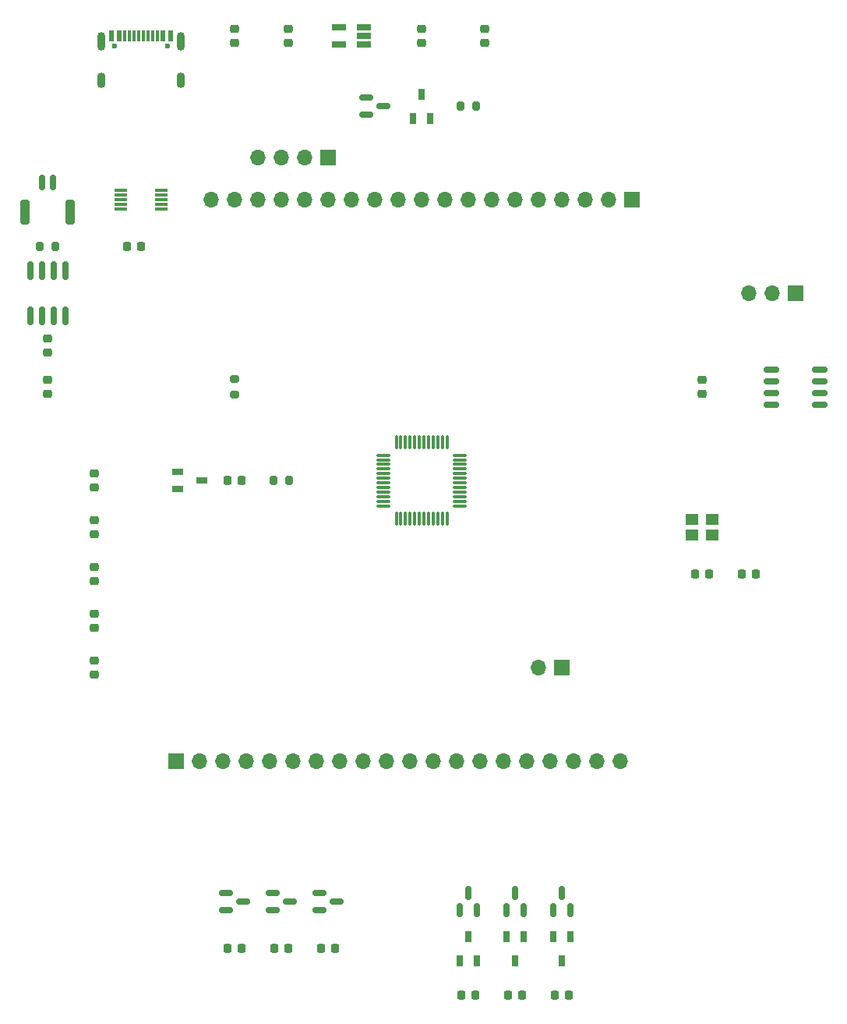
<source format=gbr>
%TF.GenerationSoftware,KiCad,Pcbnew,(6.0.7)*%
%TF.CreationDate,2022-10-07T16:54:50+08:00*%
%TF.ProjectId,__,5c1a2e6b-6963-4616-945f-706362585858,rev?*%
%TF.SameCoordinates,Original*%
%TF.FileFunction,Soldermask,Top*%
%TF.FilePolarity,Negative*%
%FSLAX46Y46*%
G04 Gerber Fmt 4.6, Leading zero omitted, Abs format (unit mm)*
G04 Created by KiCad (PCBNEW (6.0.7)) date 2022-10-07 16:54:50*
%MOMM*%
%LPD*%
G01*
G04 APERTURE LIST*
G04 Aperture macros list*
%AMRoundRect*
0 Rectangle with rounded corners*
0 $1 Rounding radius*
0 $2 $3 $4 $5 $6 $7 $8 $9 X,Y pos of 4 corners*
0 Add a 4 corners polygon primitive as box body*
4,1,4,$2,$3,$4,$5,$6,$7,$8,$9,$2,$3,0*
0 Add four circle primitives for the rounded corners*
1,1,$1+$1,$2,$3*
1,1,$1+$1,$4,$5*
1,1,$1+$1,$6,$7*
1,1,$1+$1,$8,$9*
0 Add four rect primitives between the rounded corners*
20,1,$1+$1,$2,$3,$4,$5,0*
20,1,$1+$1,$4,$5,$6,$7,0*
20,1,$1+$1,$6,$7,$8,$9,0*
20,1,$1+$1,$8,$9,$2,$3,0*%
G04 Aperture macros list end*
%ADD10RoundRect,0.150000X0.150000X-0.825000X0.150000X0.825000X-0.150000X0.825000X-0.150000X-0.825000X0*%
%ADD11RoundRect,0.225000X0.250000X-0.225000X0.250000X0.225000X-0.250000X0.225000X-0.250000X-0.225000X0*%
%ADD12RoundRect,0.200000X-0.200000X-0.275000X0.200000X-0.275000X0.200000X0.275000X-0.200000X0.275000X0*%
%ADD13R,1.560000X0.650000*%
%ADD14RoundRect,0.218750X0.218750X0.256250X-0.218750X0.256250X-0.218750X-0.256250X0.218750X-0.256250X0*%
%ADD15RoundRect,0.225000X0.225000X0.250000X-0.225000X0.250000X-0.225000X-0.250000X0.225000X-0.250000X0*%
%ADD16R,0.650000X1.220000*%
%ADD17C,0.600000*%
%ADD18R,0.600000X1.160000*%
%ADD19R,0.300000X1.160000*%
%ADD20O,0.900000X2.000000*%
%ADD21O,0.900000X1.700000*%
%ADD22RoundRect,0.200000X0.275000X-0.200000X0.275000X0.200000X-0.275000X0.200000X-0.275000X-0.200000X0*%
%ADD23RoundRect,0.150000X-0.587500X-0.150000X0.587500X-0.150000X0.587500X0.150000X-0.587500X0.150000X0*%
%ADD24R,1.700000X1.700000*%
%ADD25O,1.700000X1.700000*%
%ADD26R,1.400000X1.200000*%
%ADD27RoundRect,0.075000X0.662500X0.075000X-0.662500X0.075000X-0.662500X-0.075000X0.662500X-0.075000X0*%
%ADD28RoundRect,0.075000X0.075000X0.662500X-0.075000X0.662500X-0.075000X-0.662500X0.075000X-0.662500X0*%
%ADD29RoundRect,0.225000X-0.225000X-0.250000X0.225000X-0.250000X0.225000X0.250000X-0.225000X0.250000X0*%
%ADD30RoundRect,0.225000X-0.250000X0.225000X-0.250000X-0.225000X0.250000X-0.225000X0.250000X0.225000X0*%
%ADD31R,1.220000X0.650000*%
%ADD32R,1.400000X0.300000*%
%ADD33RoundRect,0.150000X-0.150000X-0.700000X0.150000X-0.700000X0.150000X0.700000X-0.150000X0.700000X0*%
%ADD34RoundRect,0.250000X-0.250000X-1.100000X0.250000X-1.100000X0.250000X1.100000X-0.250000X1.100000X0*%
%ADD35RoundRect,0.150000X0.150000X-0.587500X0.150000X0.587500X-0.150000X0.587500X-0.150000X-0.587500X0*%
%ADD36RoundRect,0.150000X-0.675000X-0.150000X0.675000X-0.150000X0.675000X0.150000X-0.675000X0.150000X0*%
G04 APERTURE END LIST*
D10*
%TO.C,U2*%
X104775000Y-58355000D03*
X106045000Y-58355000D03*
X107315000Y-58355000D03*
X108585000Y-58355000D03*
X108585000Y-53405000D03*
X107315000Y-53405000D03*
X106045000Y-53405000D03*
X104775000Y-53405000D03*
%TD*%
D11*
%TO.C,C9*%
X111760000Y-92215000D03*
X111760000Y-90665000D03*
%TD*%
D12*
%TO.C,R3*%
X105855000Y-50800000D03*
X107505000Y-50800000D03*
%TD*%
D13*
%TO.C,U1*%
X141050000Y-28890000D03*
X141050000Y-27940000D03*
X141050000Y-26990000D03*
X138350000Y-26990000D03*
X138350000Y-28890000D03*
%TD*%
D14*
%TO.C,D2*%
X132867500Y-127000000D03*
X131292500Y-127000000D03*
%TD*%
D15*
%TO.C,C14*%
X178575000Y-86360000D03*
X177025000Y-86360000D03*
%TD*%
D11*
%TO.C,C3*%
X147320000Y-28715000D03*
X147320000Y-27165000D03*
%TD*%
D16*
%TO.C,SW3*%
X158430000Y-125690000D03*
X156530000Y-125690000D03*
X157480000Y-128310000D03*
%TD*%
D17*
%TO.C,J1*%
X113950000Y-29030000D03*
X119730000Y-29030000D03*
D18*
X113640000Y-27970000D03*
X114440000Y-27970000D03*
D19*
X115590000Y-27970000D03*
X116590000Y-27970000D03*
X117090000Y-27970000D03*
X118090000Y-27970000D03*
D18*
X119240000Y-27970000D03*
X120040000Y-27970000D03*
X120040000Y-27970000D03*
X119240000Y-27970000D03*
D19*
X118590000Y-27970000D03*
X117590000Y-27970000D03*
X116090000Y-27970000D03*
X115090000Y-27970000D03*
D18*
X114440000Y-27970000D03*
X113640000Y-27970000D03*
D20*
X121160000Y-28550000D03*
D21*
X121160000Y-32720000D03*
D20*
X112520000Y-28550000D03*
D21*
X112520000Y-32720000D03*
%TD*%
D22*
%TO.C,R4*%
X127000000Y-66865000D03*
X127000000Y-65215000D03*
%TD*%
D23*
%TO.C,R10*%
X131142500Y-120970000D03*
X131142500Y-122870000D03*
X133017500Y-121920000D03*
%TD*%
D11*
%TO.C,C4*%
X154165000Y-28715000D03*
X154165000Y-27165000D03*
%TD*%
D23*
%TO.C,R1*%
X141302500Y-34610000D03*
X141302500Y-36510000D03*
X143177500Y-35560000D03*
%TD*%
D11*
%TO.C,C11*%
X111760000Y-82055000D03*
X111760000Y-80505000D03*
%TD*%
D24*
%TO.C,J2*%
X137160000Y-41140000D03*
D25*
X134620000Y-41140000D03*
X132080000Y-41140000D03*
X129540000Y-41140000D03*
%TD*%
D26*
%TO.C,Y1*%
X178900000Y-80430000D03*
X176700000Y-80430000D03*
X176700000Y-82130000D03*
X178900000Y-82130000D03*
%TD*%
D14*
%TO.C,D3*%
X137947500Y-127000000D03*
X136372500Y-127000000D03*
%TD*%
D15*
%TO.C,C16*%
X153175000Y-132080000D03*
X151625000Y-132080000D03*
%TD*%
D27*
%TO.C,U4*%
X151482500Y-78950000D03*
X151482500Y-78450000D03*
X151482500Y-77950000D03*
X151482500Y-77450000D03*
X151482500Y-76950000D03*
X151482500Y-76450000D03*
X151482500Y-75950000D03*
X151482500Y-75450000D03*
X151482500Y-74950000D03*
X151482500Y-74450000D03*
X151482500Y-73950000D03*
X151482500Y-73450000D03*
D28*
X150070000Y-72037500D03*
X149570000Y-72037500D03*
X149070000Y-72037500D03*
X148570000Y-72037500D03*
X148070000Y-72037500D03*
X147570000Y-72037500D03*
X147070000Y-72037500D03*
X146570000Y-72037500D03*
X146070000Y-72037500D03*
X145570000Y-72037500D03*
X145070000Y-72037500D03*
X144570000Y-72037500D03*
D27*
X143157500Y-73450000D03*
X143157500Y-73950000D03*
X143157500Y-74450000D03*
X143157500Y-74950000D03*
X143157500Y-75450000D03*
X143157500Y-75950000D03*
X143157500Y-76450000D03*
X143157500Y-76950000D03*
X143157500Y-77450000D03*
X143157500Y-77950000D03*
X143157500Y-78450000D03*
X143157500Y-78950000D03*
D28*
X144570000Y-80362500D03*
X145070000Y-80362500D03*
X145570000Y-80362500D03*
X146070000Y-80362500D03*
X146570000Y-80362500D03*
X147070000Y-80362500D03*
X147570000Y-80362500D03*
X148070000Y-80362500D03*
X148570000Y-80362500D03*
X149070000Y-80362500D03*
X149570000Y-80362500D03*
X150070000Y-80362500D03*
%TD*%
D29*
%TO.C,C17*%
X156705000Y-132080000D03*
X158255000Y-132080000D03*
%TD*%
%TO.C,C13*%
X126225000Y-76200000D03*
X127775000Y-76200000D03*
%TD*%
D30*
%TO.C,C2*%
X132855000Y-27165000D03*
X132855000Y-28715000D03*
%TD*%
D11*
%TO.C,C8*%
X111760000Y-97295000D03*
X111760000Y-95745000D03*
%TD*%
D30*
%TO.C,C5*%
X106680000Y-60747320D03*
X106680000Y-62297320D03*
%TD*%
D16*
%TO.C,Q1*%
X146370000Y-36870000D03*
X148270000Y-36870000D03*
X147320000Y-34250000D03*
%TD*%
D24*
%TO.C,J6*%
X162560000Y-96520000D03*
D25*
X160020000Y-96520000D03*
%TD*%
D16*
%TO.C,SW4*%
X163510000Y-125690000D03*
X161610000Y-125690000D03*
X162560000Y-128310000D03*
%TD*%
D31*
%TO.C,SW1*%
X120824000Y-75250000D03*
X120824000Y-77150000D03*
X123444000Y-76200000D03*
%TD*%
D16*
%TO.C,SW2*%
X151450000Y-128310000D03*
X153350000Y-128310000D03*
X152400000Y-125690000D03*
%TD*%
D30*
%TO.C,C12*%
X111760000Y-75425000D03*
X111760000Y-76975000D03*
%TD*%
D32*
%TO.C,U3*%
X114640000Y-44720000D03*
X114640000Y-45220000D03*
X114640000Y-45720000D03*
X114640000Y-46220000D03*
X114640000Y-46720000D03*
X119040000Y-46720000D03*
X119040000Y-46220000D03*
X119040000Y-45720000D03*
X119040000Y-45220000D03*
X119040000Y-44720000D03*
%TD*%
D33*
%TO.C,J3*%
X106055000Y-43870000D03*
X107305000Y-43870000D03*
D34*
X104205000Y-47070000D03*
X109155000Y-47070000D03*
%TD*%
D24*
%TO.C,J7*%
X187945000Y-55880000D03*
D25*
X185405000Y-55880000D03*
X182865000Y-55880000D03*
%TD*%
D24*
%TO.C,J5*%
X120655000Y-106680000D03*
D25*
X123195000Y-106680000D03*
X125735000Y-106680000D03*
X128275000Y-106680000D03*
X130815000Y-106680000D03*
X133355000Y-106680000D03*
X135895000Y-106680000D03*
X138435000Y-106680000D03*
X140975000Y-106680000D03*
X143515000Y-106680000D03*
X146055000Y-106680000D03*
X148595000Y-106680000D03*
X151135000Y-106680000D03*
X153675000Y-106680000D03*
X156215000Y-106680000D03*
X158755000Y-106680000D03*
X161295000Y-106680000D03*
X163835000Y-106680000D03*
X166375000Y-106680000D03*
X168915000Y-106680000D03*
%TD*%
D11*
%TO.C,C10*%
X111760000Y-87135000D03*
X111760000Y-85585000D03*
%TD*%
D35*
%TO.C,R7*%
X156530000Y-122857500D03*
X158430000Y-122857500D03*
X157480000Y-120982500D03*
%TD*%
D30*
%TO.C,C1*%
X127000000Y-27165000D03*
X127000000Y-28715000D03*
%TD*%
D36*
%TO.C,U5*%
X185320000Y-64135000D03*
X185320000Y-65405000D03*
X185320000Y-66675000D03*
X185320000Y-67945000D03*
X190570000Y-67945000D03*
X190570000Y-66675000D03*
X190570000Y-65405000D03*
X190570000Y-64135000D03*
%TD*%
D35*
%TO.C,R6*%
X151450000Y-122857500D03*
X153350000Y-122857500D03*
X152400000Y-120982500D03*
%TD*%
D29*
%TO.C,C18*%
X161785000Y-132080000D03*
X163335000Y-132080000D03*
%TD*%
%TO.C,C15*%
X182105000Y-86360000D03*
X183655000Y-86360000D03*
%TD*%
D11*
%TO.C,C19*%
X177785000Y-66815000D03*
X177785000Y-65265000D03*
%TD*%
D12*
%TO.C,R5*%
X131255000Y-76200000D03*
X132905000Y-76200000D03*
%TD*%
D30*
%TO.C,C6*%
X106680000Y-65265000D03*
X106680000Y-66815000D03*
%TD*%
D15*
%TO.C,C7*%
X116840000Y-50800000D03*
X115290000Y-50800000D03*
%TD*%
D23*
%TO.C,R9*%
X126062500Y-120970000D03*
X126062500Y-122870000D03*
X127937500Y-121920000D03*
%TD*%
D12*
%TO.C,R2*%
X151575000Y-35560000D03*
X153225000Y-35560000D03*
%TD*%
D35*
%TO.C,R8*%
X161610000Y-122857500D03*
X163510000Y-122857500D03*
X162560000Y-120982500D03*
%TD*%
D23*
%TO.C,R11*%
X136222500Y-120970000D03*
X136222500Y-122870000D03*
X138097500Y-121920000D03*
%TD*%
D14*
%TO.C,D1*%
X127787500Y-127000000D03*
X126212500Y-127000000D03*
%TD*%
D24*
%TO.C,J4*%
X170180000Y-45720000D03*
D25*
X167640000Y-45720000D03*
X165100000Y-45720000D03*
X162560000Y-45720000D03*
X160020000Y-45720000D03*
X157480000Y-45720000D03*
X154940000Y-45720000D03*
X152400000Y-45720000D03*
X149860000Y-45720000D03*
X147320000Y-45720000D03*
X144780000Y-45720000D03*
X142240000Y-45720000D03*
X139700000Y-45720000D03*
X137160000Y-45720000D03*
X134620000Y-45720000D03*
X132080000Y-45720000D03*
X129540000Y-45720000D03*
X127000000Y-45720000D03*
X124460000Y-45720000D03*
%TD*%
M02*

</source>
